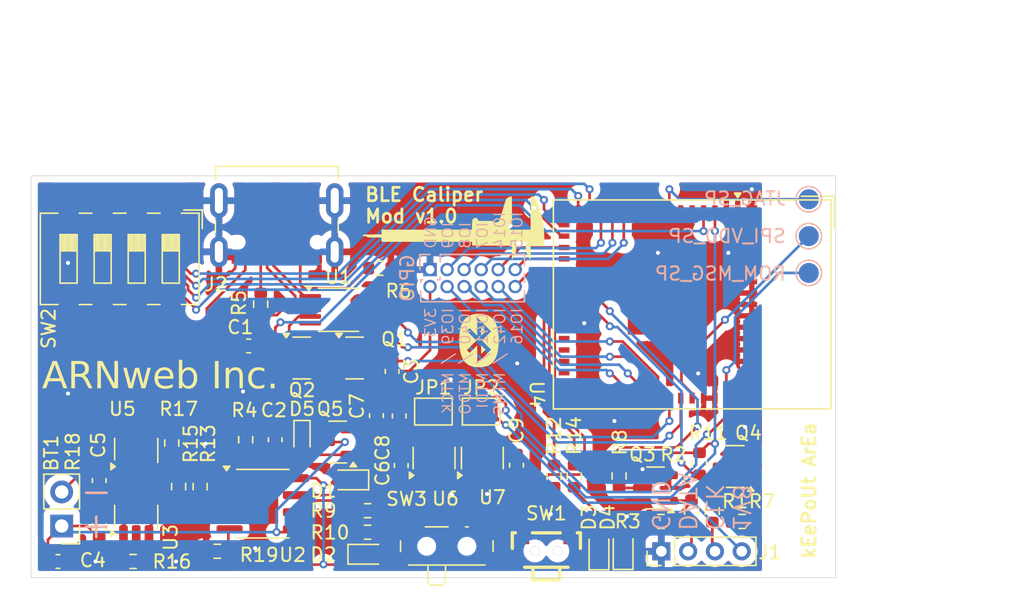
<source format=kicad_pcb>
(kicad_pcb
	(version 20240108)
	(generator "pcbnew")
	(generator_version "8.0")
	(general
		(thickness 1.6)
		(legacy_teardrops no)
	)
	(paper "A4")
	(layers
		(0 "F.Cu" signal)
		(31 "B.Cu" signal)
		(32 "B.Adhes" user "B.Adhesive")
		(33 "F.Adhes" user "F.Adhesive")
		(34 "B.Paste" user)
		(35 "F.Paste" user)
		(36 "B.SilkS" user "B.Silkscreen")
		(37 "F.SilkS" user "F.Silkscreen")
		(38 "B.Mask" user)
		(39 "F.Mask" user)
		(40 "Dwgs.User" user "User.Drawings")
		(41 "Cmts.User" user "User.Comments")
		(42 "Eco1.User" user "User.Eco1")
		(43 "Eco2.User" user "User.Eco2")
		(44 "Edge.Cuts" user)
		(45 "Margin" user)
		(46 "B.CrtYd" user "B.Courtyard")
		(47 "F.CrtYd" user "F.Courtyard")
		(48 "B.Fab" user)
		(49 "F.Fab" user)
		(50 "User.1" user)
		(51 "User.2" user)
		(52 "User.3" user)
		(53 "User.4" user)
		(54 "User.5" user)
		(55 "User.6" user)
		(56 "User.7" user)
		(57 "User.8" user)
		(58 "User.9" user)
	)
	(setup
		(pad_to_mask_clearance 0)
		(allow_soldermask_bridges_in_footprints no)
		(pcbplotparams
			(layerselection 0x00010fc_ffffffff)
			(plot_on_all_layers_selection 0x0000000_00000000)
			(disableapertmacros no)
			(usegerberextensions no)
			(usegerberattributes yes)
			(usegerberadvancedattributes yes)
			(creategerberjobfile yes)
			(dashed_line_dash_ratio 12.000000)
			(dashed_line_gap_ratio 3.000000)
			(svgprecision 4)
			(plotframeref no)
			(viasonmask no)
			(mode 1)
			(useauxorigin no)
			(hpglpennumber 1)
			(hpglpenspeed 20)
			(hpglpendiameter 15.000000)
			(pdf_front_fp_property_popups yes)
			(pdf_back_fp_property_popups yes)
			(dxfpolygonmode yes)
			(dxfimperialunits yes)
			(dxfusepcbnewfont yes)
			(psnegative no)
			(psa4output no)
			(plotreference yes)
			(plotvalue yes)
			(plotfptext yes)
			(plotinvisibletext no)
			(sketchpadsonfab no)
			(subtractmaskfromsilk no)
			(outputformat 1)
			(mirror no)
			(drillshape 1)
			(scaleselection 1)
			(outputdirectory "")
		)
	)
	(net 0 "")
	(net 1 "Net-(Q1-S)")
	(net 2 "Net-(D1-K)")
	(net 3 "Net-(D2-K)")
	(net 4 "Net-(D3-A)")
	(net 5 "Net-(D4-A)")
	(net 6 "/MCU_EN")
	(net 7 "Net-(J1-DATA)")
	(net 8 "Net-(J1-CLK)")
	(net 9 "Net-(J2-CC2)")
	(net 10 "Net-(Q1-G)")
	(net 11 "Net-(J2-VBUS-PadA4)")
	(net 12 "Net-(J2-CC1)")
	(net 13 "Net-(U2-~{STDBY})")
	(net 14 "Net-(U2-~{CHRG})")
	(net 15 "Net-(U4-IO19)")
	(net 16 "/MCU_BOOT")
	(net 17 "Net-(U2-PROG)")
	(net 18 "Net-(U4-IO20)")
	(net 19 "Net-(U2-TEMP)")
	(net 20 "Net-(U4-IO10)")
	(net 21 "Net-(U4-IO12)")
	(net 22 "Net-(U4-IO11)")
	(net 23 "Net-(U4-IO13)")
	(net 24 "/MCU_TX")
	(net 25 "Net-(BT1--)")
	(net 26 "Net-(BT1-+)")
	(net 27 "/BAT_VCC_OUT")
	(net 28 "unconnected-(U3-TD-Pad4)")
	(net 29 "Net-(U3-OC)")
	(net 30 "unconnected-(U4-IO38-Pad34)")
	(net 31 "unconnected-(U4-IO35-Pad31)")
	(net 32 "unconnected-(U4-IO47-Pad27)")
	(net 33 "unconnected-(U4-IO4-Pad8)")
	(net 34 "Net-(U3-VCC)")
	(net 35 "unconnected-(U4-IO34-Pad29)")
	(net 36 "+3V3")
	(net 37 "GND")
	(net 38 "/UD+")
	(net 39 "/MCU_RX")
	(net 40 "/UD-")
	(net 41 "+1V8")
	(net 42 "unconnected-(U4-IO37-Pad33)")
	(net 43 "unconnected-(U4-IO48-Pad30)")
	(net 44 "/IO17")
	(net 45 "Net-(Q3-B)")
	(net 46 "Net-(Q4-B)")
	(net 47 "/IO16")
	(net 48 "unconnected-(U4-IO1-Pad5)")
	(net 49 "Net-(U3-CS)")
	(net 50 "Net-(D1-A)")
	(net 51 "unconnected-(U4-IO5-Pad9)")
	(net 52 "unconnected-(U4-IO2-Pad6)")
	(net 53 "unconnected-(U4-IO33-Pad28)")
	(net 54 "Net-(U4-IO21)")
	(net 55 "Net-(U3-OD)")
	(net 56 "unconnected-(U5-D1D2-Pad2)")
	(net 57 "Net-(U5-G2)")
	(net 58 "unconnected-(U5-D1D2-Pad5)")
	(net 59 "unconnected-(U7-NC-Pad4)")
	(net 60 "unconnected-(U1-~{CTS}-Pad5)")
	(net 61 "unconnected-(U4-IO36-Pad32)")
	(net 62 "unconnected-(U4-IO6-Pad10)")
	(net 63 "unconnected-(U4-IO26-Pad26)")
	(net 64 "unconnected-(U6-NC-Pad4)")
	(net 65 "Net-(JP1-A)")
	(net 66 "Net-(JP2-A)")
	(net 67 "Net-(SW3-C)")
	(net 68 "unconnected-(SW3-A-Pad1)")
	(net 69 "Net-(U4-IO3)")
	(net 70 "Net-(U4-IO45)")
	(net 71 "Net-(U4-IO46)")
	(net 72 "Net-(J3-Pin_4)")
	(net 73 "Net-(J3-Pin_8)")
	(net 74 "Net-(J3-Pin_6)")
	(net 75 "Net-(J3-Pin_10)")
	(net 76 "/IO15")
	(net 77 "/IO14")
	(net 78 "/IO18")
	(net 79 "/IO7")
	(net 80 "/IO8")
	(net 81 "/IO9")
	(footprint "Resistor_SMD:R_0603_1608Metric" (layer "F.Cu") (at 40.485 49.95 -90))
	(footprint "Jumper:SolderJumper-2_P1.3mm_Open_TrianglePad1.0x1.5mm" (layer "F.Cu") (at 60 47.6))
	(footprint "Resistor_SMD:R_0603_1608Metric" (layer "F.Cu") (at 79.85 51.5 -90))
	(footprint "Package_SO:MSOP-10_3x3mm_P0.5mm" (layer "F.Cu") (at 52.92 40))
	(footprint "Resistor_SMD:R_0603_1608Metric" (layer "F.Cu") (at 37.6 58.79))
	(footprint "Resistor_SMD:R_0603_1608Metric" (layer "F.Cu") (at 55.0925 56.605))
	(footprint "LED_SMD:LED_0603_1608Metric" (layer "F.Cu") (at 74.15 57.9 90))
	(footprint "Capacitor_SMD:C_0603_1608Metric" (layer "F.Cu") (at 57.45 47.925 -90))
	(footprint "Resistor_SMD:R_0603_1608Metric" (layer "F.Cu") (at 41 53.2 -90))
	(footprint "LOGO" (layer "F.Cu") (at 63.4 42.3))
	(footprint "Connector_USB:USB_C_Receptacle_JAE_DX07S016JA1R1500" (layer "F.Cu") (at 48.32 33 180))
	(footprint "Resistor_SMD:R_0603_1608Metric" (layer "F.Cu") (at 47.12 39.575 -90))
	(footprint "Package_TO_SOT_SMD:SOT-23" (layer "F.Cu") (at 54.12 43.6))
	(footprint "Resistor_SMD:R_0603_1608Metric" (layer "F.Cu") (at 73.85 52.4 -90))
	(footprint "Resistor_SMD:R_0603_1608Metric" (layer "F.Cu") (at 69 52.425 -90))
	(footprint "Jumper:SolderJumper-2_P1.3mm_Open_TrianglePad1.0x1.5mm" (layer "F.Cu") (at 63.5625 47.6))
	(footprint "Package_TO_SOT_SMD:SOT-23" (layer "F.Cu") (at 52.8625 49.875 180))
	(footprint "LED_SMD:LED_0603_1608Metric" (layer "F.Cu") (at 72.35 57.925 90))
	(footprint "Package_TO_SOT_SMD:SOT-23-6_Handsoldering" (layer "F.Cu") (at 37.835 55.5 90))
	(footprint "LED_SMD:LED_0603_1608Metric" (layer "F.Cu") (at 53.6875 52.7 180))
	(footprint "Package_TO_SOT_SMD:SOT-23" (layer "F.Cu") (at 82.5125 51.7 180))
	(footprint "Resistor_SMD:R_0603_1608Metric" (layer "F.Cu") (at 46 49.7 -90))
	(footprint "Capacitor_SMD:C_0603_1608Metric" (layer "F.Cu") (at 57.6 51.625 90))
	(footprint "easyeda2kicad:SW-SMD_L4.7-W3.5-P3.35-EH" (layer "F.Cu") (at 68.425 57.72 180))
	(footprint "Capacitor_SMD:C_0603_1608Metric" (layer "F.Cu") (at 48.2 49.7 90))
	(footprint "LOGO" (layer "F.Cu") (at 61.5 33.9 180))
	(footprint "Resistor_SMD:R_0603_1608Metric" (layer "F.Cu") (at 83.025 55.8))
	(footprint "Resistor_SMD:R_0603_1608Metric" (layer "F.Cu") (at 43.88 58.025 180))
	(footprint "Capacitor_SMD:C_0603_1608Metric" (layer "F.Cu") (at 55.75 47.9 -90))
	(footprint "Package_TO_SOT_SMD:SOT-23-5" (layer "F.Cu") (at 60.05 51.0625 90))
	(footprint "Resistor_SMD:R_0603_1608Metric" (layer "F.Cu") (at 55.0925 55 180))
	(footprint "Capacitor_SMD:C_0603_1608Metric" (layer "F.Cu") (at 35.075 52.75 90))
	(footprint "Capacitor_SMD:C_0603_1608Metric" (layer "F.Cu") (at 32 58.79))
	(footprint "Capacitor_SMD:C_0603_1608Metric" (layer "F.Cu") (at 56.92 44.6 -90))
	(footprint "Capacitor_SMD:C_0603_1608Metric" (layer "F.Cu") (at 66.2 51.6 90))
	(footprint "Connector_PinHeader_2.00mm:PinHeader_1x04_P2.00mm_Vertical" (layer "F.Cu") (at 77 58.03 90))
	(footprint "Resistor_SMD:R_0603_1608Metric" (layer "F.Cu") (at 35.075 56.215 -90))
	(footprint "Resistor_SMD:R_0603_1608Metric" (layer "F.Cu") (at 42.6 53.2 -90))
	(footprint "Package_TO_SOT_SMD:SOT-23-6_Handsoldering" (layer "F.Cu") (at 37.835 50.5 90))
	(footprint "Resistor_SMD:R_0603_1608Metric" (layer "F.Cu") (at 70.5 52.425 -90))
	(footprint "Package_TO_SOT_SMD:SOT-23"
		(layer "F.Cu")
		(uuid "a2be1215-25f1-45d1-9300-2e9d9090d04e")
		(at 76.5625 53.3 180)
		(descr "SOT, 3 Pin (https://www.jedec.org/system/files/docs/to-236h.pdf variant AB), generated with kicad-footprint-generator ipc_gullwing_generator.py")
		(tags "SOT TO_SOT_SMD")
		(property "Reference" "Q3"
			(at 0.9625 2.5 180)
			(layer "F.SilkS")
			(uuid "10035dc0-64d4-41f7-a3a3-5d61d6f0f7f7")
			(effects
				(font
					(size 1 1)
					(thickness 0.15)
				)
			)
		)
		(property "Value" "MMBT2222A"
			(at 0 2.4 180)
			(layer "F.Fab")
			(uuid "30d53072-ec6c-441e-8aa8-9f47c0e6bb11")
			(effects
				(font
					(size 1 1)
					(thickness 0.15)
				)
			)
		)
		(property "Footprint" "Package_TO_SOT_SMD:SOT-23"
			(at 0 0 180)
			(unlocked yes)
			(layer "F.Fab")
			(hide yes)
			(uuid "802dcda9-7b46-4b00-ae9e-6bedb5c228cd")
			(effects
				(font
					(size 1.27 1.27)
				)
			)
		)
		(property "Datasheet" "https://assets.nexperia.com/documents/data-sheet/MMBT2222A.pdf"
			(at 0 0 180)
			(unlocked yes)
			(layer "F.Fab")
			(hide yes)
			(uuid "8ecdf81d-1ff1-404a-91c5-ff1cff73146f")
			(effects
				(font
					(size 1.27 1.27)
				)
			)
		)
		(property "Description" "600mA Ic, 40V Vce, NPN Transistor, SOT-23"
			(at 0 0 180)
			(unlocked yes)
			(layer "F.Fab")
			(hide yes)
			(u
... [421329 chars truncated]
</source>
